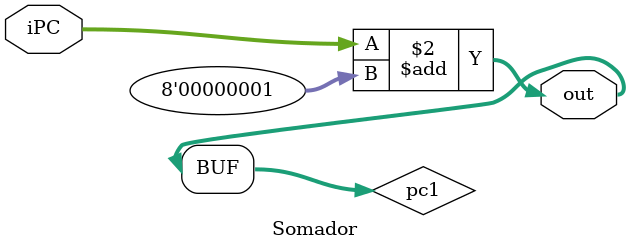
<source format=v>
module Somador (
    input wire [7:0] iPC,
    output wire [7:0] out
);
    
    reg [7:0] pc1;
    
    always@(iPC)begin
        pc1 = iPC + 8'b00000001;
    end
  
    assign out = pc1;

endmodule
</source>
